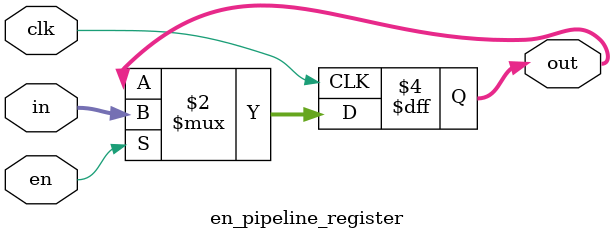
<source format=sv>
module en_pipeline_register #(parameter WIDTH = 32) (
    input logic [WIDTH-1:0] in,
    input logic clk,
    input logic en,
    output logic [WIDTH-1:0] out
);
    always_ff @(posedge clk) begin
      if (en) begin
          out <= in;
      end
    end
endmodule

</source>
